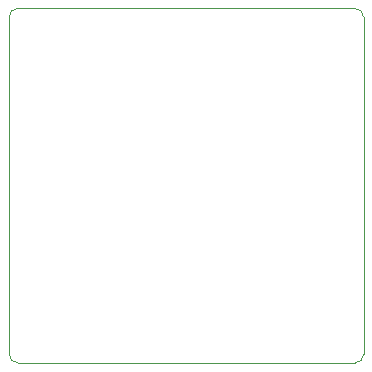
<source format=gbr>
%TF.GenerationSoftware,KiCad,Pcbnew,9.0.2*%
%TF.CreationDate,2025-06-04T00:25:23+07:00*%
%TF.ProjectId,Power Delivery Management_3.3V,506f7765-7220-4446-956c-697665727920,rev?*%
%TF.SameCoordinates,Original*%
%TF.FileFunction,Profile,NP*%
%FSLAX46Y46*%
G04 Gerber Fmt 4.6, Leading zero omitted, Abs format (unit mm)*
G04 Created by KiCad (PCBNEW 9.0.2) date 2025-06-04 00:25:23*
%MOMM*%
%LPD*%
G01*
G04 APERTURE LIST*
%TA.AperFunction,Profile*%
%ADD10C,0.050000*%
%TD*%
G04 APERTURE END LIST*
D10*
X74469834Y-40816800D02*
X74469834Y-69402557D01*
X44469837Y-69402557D02*
X44469837Y-40816800D01*
X74469834Y-69402557D02*
G75*
G02*
X73762727Y-70109734I-707134J-43D01*
G01*
X73762727Y-40109664D02*
G75*
G02*
X74469836Y-40816771I-27J-707136D01*
G01*
X44469834Y-40816771D02*
G75*
G02*
X45176941Y-40109734I707066J-29D01*
G01*
X73772649Y-70109664D02*
X45176900Y-70109664D01*
X45176941Y-70109664D02*
G75*
G02*
X44469836Y-69402557I-41J707064D01*
G01*
X45176941Y-40109735D02*
X73762727Y-40109735D01*
M02*

</source>
